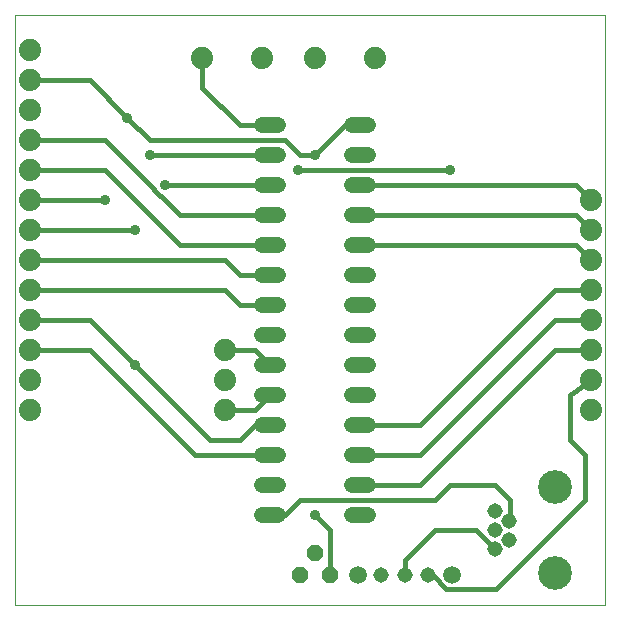
<source format=gbl>
G75*
%MOIN*%
%OFA0B0*%
%FSLAX25Y25*%
%IPPOS*%
%LPD*%
%AMOC8*
5,1,8,0,0,1.08239X$1,22.5*
%
%ADD10C,0.00000*%
%ADD11C,0.05150*%
%ADD12C,0.11220*%
%ADD13C,0.07400*%
%ADD14C,0.05200*%
%ADD15C,0.05937*%
%ADD16OC8,0.05200*%
%ADD17C,0.01600*%
%ADD18C,0.03562*%
D10*
X0001800Y0007548D02*
X0001800Y0204398D01*
X0198650Y0204398D01*
X0198650Y0007548D01*
X0001800Y0007548D01*
D11*
X0123926Y0017548D03*
X0131800Y0017548D03*
X0139674Y0017548D03*
X0161721Y0026249D03*
X0166446Y0029398D03*
X0161721Y0032548D03*
X0166446Y0035698D03*
X0161721Y0038847D03*
D12*
X0181800Y0046918D03*
X0181800Y0018178D03*
D13*
X0193800Y0072548D03*
X0193800Y0082548D03*
X0193800Y0092548D03*
X0193800Y0102548D03*
X0193800Y0112548D03*
X0193800Y0122548D03*
X0193800Y0132548D03*
X0193800Y0142548D03*
X0121800Y0190048D03*
X0101800Y0190048D03*
X0084300Y0190048D03*
X0064300Y0190048D03*
X0006800Y0192548D03*
X0006800Y0182548D03*
X0006800Y0172548D03*
X0006800Y0162548D03*
X0006800Y0152548D03*
X0006800Y0142548D03*
X0006800Y0132548D03*
X0006800Y0122548D03*
X0006800Y0112548D03*
X0006800Y0102548D03*
X0006800Y0092548D03*
X0006800Y0082548D03*
X0006800Y0072548D03*
X0071800Y0072548D03*
X0071800Y0082548D03*
X0071800Y0092548D03*
D14*
X0084200Y0087548D02*
X0089400Y0087548D01*
X0089400Y0077548D02*
X0084200Y0077548D01*
X0084200Y0067548D02*
X0089400Y0067548D01*
X0089400Y0057548D02*
X0084200Y0057548D01*
X0084200Y0047548D02*
X0089400Y0047548D01*
X0089400Y0037548D02*
X0084200Y0037548D01*
X0114200Y0037548D02*
X0119400Y0037548D01*
X0119400Y0047548D02*
X0114200Y0047548D01*
X0114200Y0057548D02*
X0119400Y0057548D01*
X0119400Y0067548D02*
X0114200Y0067548D01*
X0114200Y0077548D02*
X0119400Y0077548D01*
X0119400Y0087548D02*
X0114200Y0087548D01*
X0114200Y0097548D02*
X0119400Y0097548D01*
X0119400Y0107548D02*
X0114200Y0107548D01*
X0114200Y0117548D02*
X0119400Y0117548D01*
X0119400Y0127548D02*
X0114200Y0127548D01*
X0114200Y0137548D02*
X0119400Y0137548D01*
X0119400Y0147548D02*
X0114200Y0147548D01*
X0114200Y0157548D02*
X0119400Y0157548D01*
X0119400Y0167548D02*
X0114200Y0167548D01*
X0089400Y0167548D02*
X0084200Y0167548D01*
X0084200Y0157548D02*
X0089400Y0157548D01*
X0089400Y0147548D02*
X0084200Y0147548D01*
X0084200Y0137548D02*
X0089400Y0137548D01*
X0089400Y0127548D02*
X0084200Y0127548D01*
X0084200Y0117548D02*
X0089400Y0117548D01*
X0089400Y0107548D02*
X0084200Y0107548D01*
X0084200Y0097548D02*
X0089400Y0097548D01*
D15*
X0116052Y0017548D03*
X0147548Y0017548D03*
D16*
X0106800Y0017548D03*
X0101800Y0025048D03*
X0096800Y0017548D03*
D17*
X0106800Y0017548D02*
X0106800Y0032548D01*
X0101800Y0037548D01*
X0096800Y0042548D02*
X0141800Y0042548D01*
X0146800Y0047548D01*
X0161800Y0047548D01*
X0166800Y0042548D01*
X0166800Y0036052D01*
X0166446Y0035698D01*
X0161721Y0026249D02*
X0155422Y0032548D01*
X0141800Y0032548D01*
X0131800Y0022548D01*
X0131800Y0017548D01*
X0139674Y0017548D02*
X0141087Y0017548D01*
X0145656Y0012980D01*
X0162231Y0012980D01*
X0191800Y0042548D01*
X0191800Y0057548D01*
X0186800Y0062548D01*
X0186800Y0077548D01*
X0193800Y0082548D01*
X0193800Y0092548D02*
X0181800Y0092548D01*
X0136800Y0047548D01*
X0116800Y0047548D01*
X0116800Y0057548D02*
X0136800Y0057548D01*
X0181800Y0102548D01*
X0193800Y0102548D01*
X0193800Y0112548D02*
X0181800Y0112548D01*
X0136800Y0067548D01*
X0116800Y0067548D01*
X0096800Y0042548D02*
X0091800Y0037548D01*
X0086800Y0037548D01*
X0086800Y0057548D02*
X0061800Y0057548D01*
X0026800Y0092548D01*
X0006800Y0092548D01*
X0006800Y0102548D02*
X0026800Y0102548D01*
X0041800Y0087548D01*
X0066800Y0062548D01*
X0076800Y0062548D01*
X0081800Y0067548D01*
X0086800Y0067548D01*
X0081800Y0072548D02*
X0086800Y0077548D01*
X0081800Y0072548D02*
X0071800Y0072548D01*
X0086800Y0087548D02*
X0081800Y0092548D01*
X0071800Y0092548D01*
X0076800Y0107548D02*
X0071800Y0112548D01*
X0006800Y0112548D01*
X0006800Y0122548D02*
X0071800Y0122548D01*
X0076800Y0117548D01*
X0086800Y0117548D01*
X0086800Y0127548D02*
X0056800Y0127548D01*
X0031800Y0152548D01*
X0006800Y0152548D01*
X0006800Y0142548D02*
X0031800Y0142548D01*
X0041800Y0132548D02*
X0006800Y0132548D01*
X0006800Y0162548D02*
X0031800Y0162548D01*
X0048219Y0146129D01*
X0048219Y0146065D01*
X0050317Y0143967D01*
X0050381Y0143967D01*
X0056800Y0137548D01*
X0086800Y0137548D01*
X0086800Y0147548D02*
X0051800Y0147548D01*
X0046800Y0157548D02*
X0086800Y0157548D01*
X0091800Y0162548D02*
X0046800Y0162548D01*
X0039300Y0170048D01*
X0026800Y0182548D01*
X0006800Y0182548D01*
X0064300Y0180048D02*
X0076800Y0167548D01*
X0086800Y0167548D01*
X0091800Y0162548D02*
X0096800Y0157548D01*
X0101800Y0157548D01*
X0111800Y0167548D01*
X0116800Y0167548D01*
X0116800Y0147548D02*
X0188800Y0147548D01*
X0193800Y0142548D01*
X0188800Y0137548D02*
X0193800Y0132548D01*
X0188800Y0137548D02*
X0116800Y0137548D01*
X0116800Y0127548D02*
X0188800Y0127548D01*
X0193800Y0122548D01*
X0146800Y0152548D02*
X0096288Y0152548D01*
X0064300Y0180048D02*
X0064300Y0190048D01*
X0076800Y0107548D02*
X0086800Y0107548D01*
D18*
X0051800Y0147548D03*
X0046800Y0157548D03*
X0039300Y0170048D03*
X0031800Y0142548D03*
X0041800Y0132548D03*
X0041800Y0087548D03*
X0101800Y0037548D03*
X0096288Y0152548D03*
X0101800Y0157548D03*
X0146800Y0152548D03*
M02*

</source>
